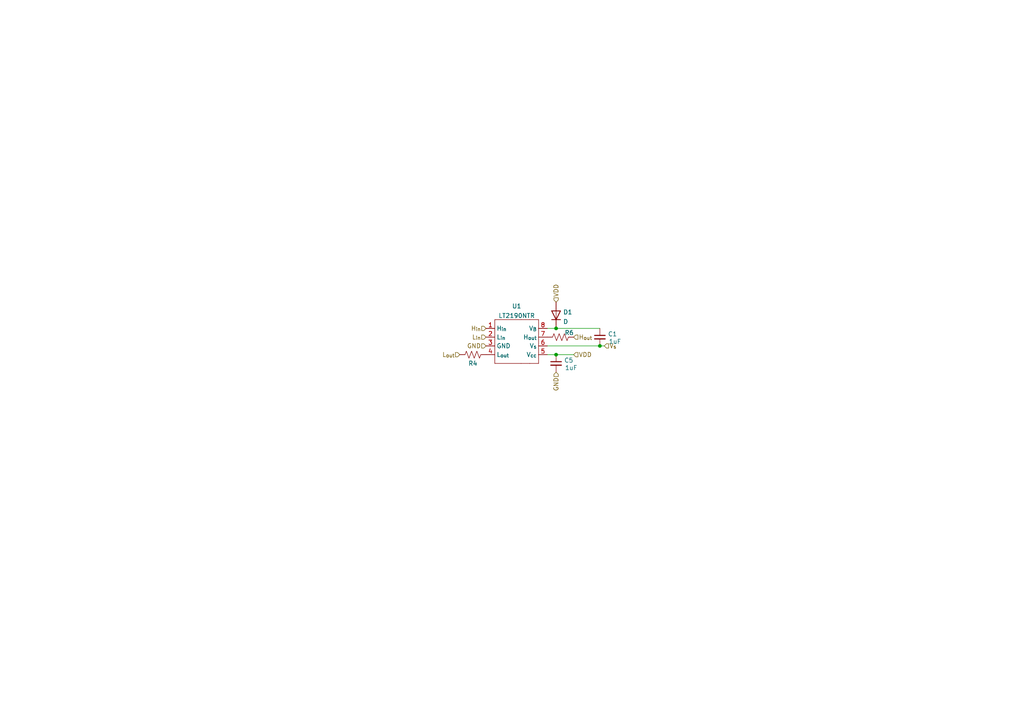
<source format=kicad_sch>
(kicad_sch (version 20211123) (generator eeschema)
  (paper "A4")
  (lib_symbols
    (symbol "Device:C_Small" (pin_numbers hide) (pin_names (offset 0.254) hide)
      (property "Reference" "C" (at 0.254 1.778 0))
      (property "Value" "C_Small" (at 0.254 -2.032 0))
      (symbol "C_Small_0_1"
        (polyline (pts (xy -1.524 -0.508) (xy 1.524 -0.508)) (stroke (width 0.3302)))
        (polyline (pts (xy -1.524 0.508) (xy 1.524 0.508)) (stroke (width 0.3048)))
      )
      (symbol "C_Small_1_1"
        (pin passive line (at 0 2.54 270) (length 2.032) (name "~") (number "1"))
        (pin passive line (at 0 -2.54 90) (length 2.032) (name "~") (number "2"))
      )
    )
    (symbol "Device:D" (pin_numbers hide) (pin_names (offset 1.016) hide)
      (property "Reference" "D" (at 0 2.54 0))
      (property "Value" "D" (at 0 -2.54 0))
      (symbol "D_0_1"
        (polyline (pts (xy -1.27 1.27) (xy -1.27 -1.27)) (stroke (width 0.254)))
        (polyline (pts (xy 1.27 0) (xy -1.27 0)))
        (polyline (pts (xy 1.27 1.27) (xy 1.27 -1.27) (xy -1.27 0) (xy 1.27 1.27)) (stroke (width 0.254)))
      )
      (symbol "D_1_1"
        (pin passive line (at -3.81 0 0) (length 2.54) (name "K") (number "1"))
        (pin passive line (at 3.81 0 180) (length 2.54) (name "A") (number "2"))
      )
    )
    (symbol "Device:R_US" (pin_numbers hide) (pin_names (offset 0))
      (property "Reference" "R" (at 2.54 0 90))
      (property "Value" "R_US" (at -2.54 0 90))
      (symbol "R_US_0_1"
        (polyline (pts (xy 0 -2.286) (xy 0 -2.54)))
        (polyline (pts (xy 0 2.286) (xy 0 2.54)))
        (polyline (pts (xy 0 -0.762) (xy 1.016 -1.143) (xy 0 -1.524) (xy -1.016 -1.905) (xy 0 -2.286)))
        (polyline (pts (xy 0 0.762) (xy 1.016 0.381) (xy 0 0) (xy -1.016 -0.381) (xy 0 -0.762)))
        (polyline (pts (xy 0 2.286) (xy 1.016 1.905) (xy 0 1.524) (xy -1.016 1.143) (xy 0 0.762)))
      )
      (symbol "R_US_1_1"
        (pin passive line (at 0 3.81 270) (length 1.27) (name "~") (number "1"))
        (pin passive line (at 0 -3.81 90) (length 1.27) (name "~") (number "2"))
      )
    )
    (symbol "OpenMC:LT2190NTR"
      (property "Reference" "U" (at 1.27 -8.89 0))
      (property "Value" "LT2190NTR" (at 1.27 -11.43 0))
      (symbol "LT2190NTR_0_1"
        (rectangle (start -6.35 -6.35) (end 1.27 -6.35) (stroke (width 0.1524)))
        (rectangle (start -6.35 -3.81) (end -6.35 -6.35) (stroke (width 0.1524)))
        (rectangle (start -6.35 3.81) (end -6.35 -3.81) (stroke (width 0.1524)))
        (rectangle (start -6.35 3.81) (end -6.35 6.35) (stroke (width 0.1524)))
        (rectangle (start -6.35 6.35) (end 1.27 6.35) (stroke (width 0.1524)))
        (rectangle (start 1.27 6.35) (end 3.81 6.35) (stroke (width 0.1524)))
        (rectangle (start 3.81 -6.35) (end 1.27 -6.35) (stroke (width 0.1524)))
        (rectangle (start 3.81 -6.35) (end 6.35 -6.35) (stroke (width 0.1524)))
        (rectangle (start 6.35 -3.81) (end 6.35 -6.35) (stroke (width 0.1524)))
        (rectangle (start 6.35 -3.81) (end 6.35 3.81) (stroke (width 0.1524)))
        (rectangle (start 6.35 3.81) (end 6.35 6.35) (stroke (width 0.1524)))
        (rectangle (start 6.35 6.35) (end 3.81 6.35) (stroke (width 0.1524)))
      )
      (symbol "LT2190NTR_1_1"
        (pin input line (at -8.89 3.81 0) (length 2.54) (name "H_{in}") (number "1"))
        (pin input line (at -8.89 1.27 0) (length 2.54) (name "L_{in}") (number "2"))
        (pin power_out line (at -8.89 -1.27 0) (length 2.54) (name "GND") (number "3"))
        (pin output line (at -8.89 -3.81 0) (length 2.54) (name "L_{out}") (number "4"))
        (pin power_in line (at 8.89 -3.81 180) (length 2.54) (name "V_{cc}") (number "5"))
        (pin power_in line (at 8.89 -1.27 180) (length 2.54) (name "V_{s}") (number "6"))
        (pin output line (at 8.89 1.27 180) (length 2.54) (name "H_{out}") (number "7"))
        (pin power_in line (at 8.89 3.81 180) (length 2.54) (name "V_{B}") (number "8"))
      )
    )
  )
  (junction (at 161.29 102.87))
  (junction (at 161.29 95.25))
  (junction (at 173.99 100.33))
  (wire (pts (xy 166.37 102.87) (xy 161.29 102.87)))
  (wire (pts (xy 161.29 95.25) (xy 158.75 95.25)))
  (wire (pts (xy 173.99 100.33) (xy 158.75 100.33)))
  (wire (pts (xy 161.29 95.25) (xy 173.99 95.25)))
  (wire (pts (xy 175.26 100.33) (xy 173.99 100.33)))
  (wire (pts (xy 161.29 102.87) (xy 158.75 102.87)))
  (hierarchical_label "VDD" (shape input) (at 161.29 87.63 90))
  (hierarchical_label "H_{in}" (shape input) (at 140.97 95.25 180))
  (hierarchical_label "H_{out}" (shape input) (at 166.37 97.79 0))
  (hierarchical_label "GND" (shape input) (at 140.97 100.33 180))
  (hierarchical_label "L_{out}" (shape input) (at 133.35 102.87 180))
  (hierarchical_label "GND" (shape input) (at 161.29 107.95 270))
  (hierarchical_label "VDD" (shape input) (at 166.37 102.87 0))
  (hierarchical_label "L_{in}" (shape input) (at 140.97 97.79 180))
  (hierarchical_label "V_{s}" (shape input) (at 175.26 100.33 0))
  (symbol (lib_id "OpenMC:LT2190NTR") (at 149.86 99.06 0)
    (property "Reference" "U1" (at 149.86 88.7943 0))
    (property "Value" "LT2190NTR" (at 149.86 91.5694 0))
    (property "Footprint" "Package_SO:SOIC-8_3.9x4.9mm_P1.27mm" (effects hide))
    (property "Datasheet" "https://www.mouser.com/datasheet/2/240/Littelfuse_Gate_Drivers_LF2190N_Datasheet-2635946.pdf" (effects hide))
  )
  (symbol (lib_id "Device:C_Small") (at 161.29 105.41 0)
    (property "Reference" "C5" (at 163.6141 104.5078 0) (effects (justify left)))
    (property "Value" "1uF" (at 163.83 106.68 0) (effects (justify left)))
    (property "Footprint" "Resistor_SMD:R_0603_1608Metric" (effects hide))
  )
  (symbol (lib_id "Device:R_US") (at 137.16 102.87 90)
    (property "Reference" "R4" (at 137.16 105.41 90))
    (property "Value" "10" (effects hide))
    (property "Footprint" "Resistor_SMD:R_1206_3216Metric" (effects hide))
  )
  (symbol (lib_id "Device:C_Small") (at 173.99 97.79 0)
    (property "Reference" "C1" (at 176.3141 96.8878 0) (effects (justify left)))
    (property "Value" "1uF" (at 176.53 99.06 0) (effects (justify left)))
    (property "Footprint" "Resistor_SMD:R_0603_1608Metric" (effects hide))
  )
  (symbol (lib_id "Device:D") (at 161.29 91.44 90)
    (property "Reference" "D1" (at 163.322 90.5315 90) (effects (justify right)))
    (property "Value" "D" (at 163.322 93.3066 90) (effects (justify right)))
    (property "Footprint" "Diode_SMD:D_1206_3216Metric" (effects hide))
  )
  (symbol (lib_id "Device:R_US") (at 162.56 97.79 90)
    (property "Reference" "R6" (at 165.1 96.52 90))
    (property "Value" "10" (effects hide))
    (property "Footprint" "Resistor_SMD:R_1206_3216Metric" (effects hide))
  )
)
</source>
